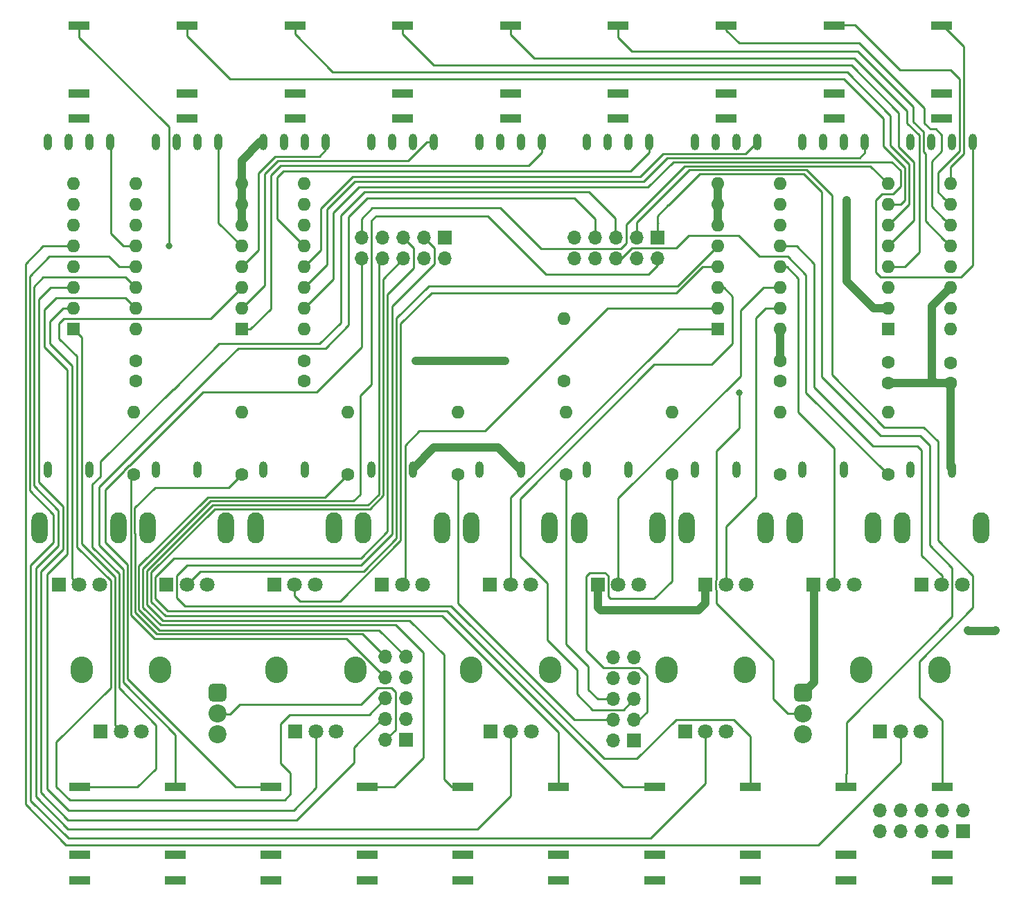
<source format=gbr>
G04 #@! TF.GenerationSoftware,KiCad,Pcbnew,8.0.5*
G04 #@! TF.CreationDate,2025-03-10T19:08:07-07:00*
G04 #@! TF.ProjectId,Tap-O-Matic,5461702d-4f2d-44d6-9174-69632e6b6963,rev?*
G04 #@! TF.SameCoordinates,Original*
G04 #@! TF.FileFunction,Copper,L1,Top*
G04 #@! TF.FilePolarity,Positive*
%FSLAX46Y46*%
G04 Gerber Fmt 4.6, Leading zero omitted, Abs format (unit mm)*
G04 Created by KiCad (PCBNEW 8.0.5) date 2025-03-10 19:08:07*
%MOMM*%
%LPD*%
G01*
G04 APERTURE LIST*
G04 Aperture macros list*
%AMRoundRect*
0 Rectangle with rounded corners*
0 $1 Rounding radius*
0 $2 $3 $4 $5 $6 $7 $8 $9 X,Y pos of 4 corners*
0 Add a 4 corners polygon primitive as box body*
4,1,4,$2,$3,$4,$5,$6,$7,$8,$9,$2,$3,0*
0 Add four circle primitives for the rounded corners*
1,1,$1+$1,$2,$3*
1,1,$1+$1,$4,$5*
1,1,$1+$1,$6,$7*
1,1,$1+$1,$8,$9*
0 Add four rect primitives between the rounded corners*
20,1,$1+$1,$2,$3,$4,$5,0*
20,1,$1+$1,$4,$5,$6,$7,0*
20,1,$1+$1,$6,$7,$8,$9,0*
20,1,$1+$1,$8,$9,$2,$3,0*%
G04 Aperture macros list end*
G04 #@! TA.AperFunction,ComponentPad*
%ADD10O,1.000000X2.000000*%
G04 #@! TD*
G04 #@! TA.AperFunction,ComponentPad*
%ADD11R,1.800000X1.800000*%
G04 #@! TD*
G04 #@! TA.AperFunction,ComponentPad*
%ADD12C,1.800000*%
G04 #@! TD*
G04 #@! TA.AperFunction,ComponentPad*
%ADD13O,2.000000X3.800000*%
G04 #@! TD*
G04 #@! TA.AperFunction,ComponentPad*
%ADD14RoundRect,0.550000X0.550000X0.550000X-0.550000X0.550000X-0.550000X-0.550000X0.550000X-0.550000X0*%
G04 #@! TD*
G04 #@! TA.AperFunction,ComponentPad*
%ADD15C,2.200000*%
G04 #@! TD*
G04 #@! TA.AperFunction,ComponentPad*
%ADD16O,1.700000X1.700000*%
G04 #@! TD*
G04 #@! TA.AperFunction,ComponentPad*
%ADD17R,1.700000X1.700000*%
G04 #@! TD*
G04 #@! TA.AperFunction,ComponentPad*
%ADD18O,2.720000X3.240000*%
G04 #@! TD*
G04 #@! TA.AperFunction,ComponentPad*
%ADD19C,1.600000*%
G04 #@! TD*
G04 #@! TA.AperFunction,ComponentPad*
%ADD20R,1.600000X1.600000*%
G04 #@! TD*
G04 #@! TA.AperFunction,ComponentPad*
%ADD21O,1.600000X1.600000*%
G04 #@! TD*
G04 #@! TA.AperFunction,ComponentPad*
%ADD22R,2.500000X1.000000*%
G04 #@! TD*
G04 #@! TA.AperFunction,ViaPad*
%ADD23C,0.800000*%
G04 #@! TD*
G04 #@! TA.AperFunction,Conductor*
%ADD24C,1.000000*%
G04 #@! TD*
G04 #@! TA.AperFunction,Conductor*
%ADD25C,0.250000*%
G04 #@! TD*
G04 APERTURE END LIST*
D10*
G04 #@! TO.P,R6,E*
G04 #@! TO.N,GND*
X69640450Y91744800D03*
G04 #@! TO.P,R6,L*
G04 #@! TO.N,N/C*
X72180450Y91744800D03*
G04 #@! TO.P,R6,1*
G04 #@! TO.N,+3V3*
X74720450Y91744800D03*
G04 #@! TO.P,R6,2*
G04 #@! TO.N,Level5*
X77260450Y91744800D03*
G04 #@! TO.P,R6,B*
G04 #@! TO.N,Net-(R15-Pad2)*
X69640450Y51744800D03*
G04 #@! TO.P,R6,3*
G04 #@! TO.N,GND*
X74720450Y51744800D03*
G04 #@! TD*
G04 #@! TO.P,R7,E*
G04 #@! TO.N,GND*
X82816700Y91744800D03*
G04 #@! TO.P,R7,L*
G04 #@! TO.N,N/C*
X85356700Y91744800D03*
G04 #@! TO.P,R7,1*
G04 #@! TO.N,+3V3*
X87896700Y91744800D03*
G04 #@! TO.P,R7,2*
G04 #@! TO.N,Level6*
X90436700Y91744800D03*
G04 #@! TO.P,R7,B*
G04 #@! TO.N,Net-(R16-Pad2)*
X82816700Y51744800D03*
G04 #@! TO.P,R7,3*
G04 #@! TO.N,GND*
X87896700Y51744800D03*
G04 #@! TD*
D11*
G04 #@! TO.P,RV7,1*
G04 #@! TO.N,+3V3*
X18245450Y37627800D03*
D12*
G04 #@! TO.P,RV7,2*
G04 #@! TO.N,Pan1*
X20745450Y37627800D03*
G04 #@! TO.P,RV7,3*
G04 #@! TO.N,GND*
X23245450Y37627800D03*
D13*
G04 #@! TO.P,RV7,*
G04 #@! TO.N,*
X25546090Y44627180D03*
X15946090Y44627180D03*
G04 #@! TD*
D14*
G04 #@! TO.P,SW2,1*
G04 #@! TO.N,+3V3*
X96018990Y24434800D03*
D15*
G04 #@! TO.P,SW2,2*
G04 #@! TO.N,SWITCH2*
X96018990Y21894800D03*
G04 #@! TO.P,SW2,3*
G04 #@! TO.N,GND*
X96018990Y19354800D03*
G04 #@! TD*
D14*
G04 #@! TO.P,SW1,1*
G04 #@! TO.N,+3V3*
X24485600Y24434800D03*
D15*
G04 #@! TO.P,SW1,2*
G04 #@! TO.N,SWITCH1*
X24485600Y21894800D03*
G04 #@! TO.P,SW1,3*
G04 #@! TO.N,GND*
X24485600Y19354800D03*
G04 #@! TD*
D16*
G04 #@! TO.P,U1,6*
G04 #@! TO.N,+5V*
X72870000Y28754800D03*
D17*
G04 #@! TO.P,U1,1*
G04 #@! TO.N,-12V*
X75410000Y18594800D03*
D16*
G04 #@! TO.P,U1,9*
G04 #@! TO.N,LED3*
X72870000Y21134800D03*
G04 #@! TO.P,U1,4*
G04 #@! TO.N,GND*
X75410000Y26214800D03*
G04 #@! TO.P,U1,5*
G04 #@! TO.N,+12V*
X75410000Y28754800D03*
G04 #@! TO.P,U1,8*
G04 #@! TO.N,LED4*
X72870000Y23674800D03*
G04 #@! TO.P,U1,3*
G04 #@! TO.N,PanMux*
X75410000Y23674800D03*
G04 #@! TO.P,U1,2*
G04 #@! TO.N,LED6*
X75410000Y21134800D03*
G04 #@! TO.P,U1,7*
G04 #@! TO.N,GND*
X72870000Y26214800D03*
G04 #@! TO.P,U1,10*
G04 #@! TO.N,+3V3*
X72870000Y18594800D03*
G04 #@! TO.P,U1,16*
G04 #@! TO.N,Net-(U1-Pad16)*
X68097400Y77512800D03*
D17*
G04 #@! TO.P,U1,11*
G04 #@! TO.N,AudioOutL*
X78257400Y80052800D03*
D16*
G04 #@! TO.P,U1,19*
G04 #@! TO.N,SWITCH2*
X75717400Y77512800D03*
G04 #@! TO.P,U1,14*
G04 #@! TO.N,AudioInR*
X70637400Y80052800D03*
G04 #@! TO.P,U1,15*
G04 #@! TO.N,Net-(U1-Pad15)*
X68097400Y80052800D03*
G04 #@! TO.P,U1,18*
G04 #@! TO.N,LED8*
X73177400Y77512800D03*
G04 #@! TO.P,U1,13*
G04 #@! TO.N,AudioInL*
X73177400Y80052800D03*
G04 #@! TO.P,U1,12*
G04 #@! TO.N,AudioOutR*
X75717400Y80052800D03*
G04 #@! TO.P,U1,17*
G04 #@! TO.N,LED7*
X70637400Y77512800D03*
G04 #@! TO.P,U1,20*
G04 #@! TO.N,Clock*
X78257400Y77512800D03*
G04 #@! TO.P,U1,30*
G04 #@! TO.N,Net-(U1-Pad30)*
X52260800Y77510000D03*
G04 #@! TO.P,U1,27*
G04 #@! TO.N,TimeCV*
X44640800Y77510000D03*
G04 #@! TO.P,U1,22*
G04 #@! TO.N,LowPassCV*
X49720800Y80050000D03*
G04 #@! TO.P,U1,25*
G04 #@! TO.N,LevelCVMux*
X42100800Y80050000D03*
G04 #@! TO.P,U1,24*
G04 #@! TO.N,LevelCV0*
X44640800Y80050000D03*
D17*
G04 #@! TO.P,U1,21*
G04 #@! TO.N,Net-(U1-Pad21)*
X52260800Y80050000D03*
D16*
G04 #@! TO.P,U1,26*
G04 #@! TO.N,SpreadCV*
X42100800Y77510000D03*
G04 #@! TO.P,U1,23*
G04 #@! TO.N,HighPassCV*
X47180800Y80050000D03*
G04 #@! TO.P,U1,28*
G04 #@! TO.N,FeedbackCV*
X47180800Y77510000D03*
G04 #@! TO.P,U1,29*
G04 #@! TO.N,Net-(U1-Pad29)*
X49720800Y77510000D03*
D17*
G04 #@! TO.P,U1,31*
G04 #@! TO.N,LED5*
X47523400Y18669000D03*
D16*
G04 #@! TO.P,U1,40*
G04 #@! TO.N,SWITCH1*
X44983400Y18669000D03*
G04 #@! TO.P,U1,32*
G04 #@! TO.N,MuxA*
X47523400Y21209000D03*
G04 #@! TO.P,U1,39*
G04 #@! TO.N,MiscMux*
X44983400Y21209000D03*
G04 #@! TO.P,U1,33*
G04 #@! TO.N,MuxB*
X47523400Y23749000D03*
G04 #@! TO.P,U1,38*
G04 #@! TO.N,LevelMux*
X44983400Y23749000D03*
G04 #@! TO.P,U1,34*
G04 #@! TO.N,MuxC*
X47523400Y26289000D03*
G04 #@! TO.P,U1,37*
G04 #@! TO.N,LED0*
X44983400Y26289000D03*
G04 #@! TO.P,U1,35*
G04 #@! TO.N,LED2*
X47523400Y28829000D03*
G04 #@! TO.P,U1,36*
G04 #@! TO.N,LED1*
X44983400Y28829000D03*
G04 #@! TD*
D10*
G04 #@! TO.P,R1,E*
G04 #@! TO.N,GND*
X3759200Y91744800D03*
G04 #@! TO.P,R1,L*
G04 #@! TO.N,N/C*
X6299200Y91744800D03*
G04 #@! TO.P,R1,1*
G04 #@! TO.N,+3V3*
X8839200Y91744800D03*
G04 #@! TO.P,R1,2*
G04 #@! TO.N,Level0*
X11379200Y91744800D03*
G04 #@! TO.P,R1,B*
G04 #@! TO.N,Net-(R1-PadB)*
X3759200Y51744800D03*
G04 #@! TO.P,R1,3*
G04 #@! TO.N,GND*
X8839200Y51744800D03*
G04 #@! TD*
D11*
G04 #@! TO.P,RSPREAD1,1*
G04 #@! TO.N,+3V3*
X34013140Y19753580D03*
D12*
G04 #@! TO.P,RSPREAD1,2*
G04 #@! TO.N,Spread*
X36513140Y19753580D03*
G04 #@! TO.P,RSPREAD1,3*
G04 #@! TO.N,GND*
X39013140Y19753580D03*
D18*
G04 #@! TO.P,RSPREAD1,*
G04 #@! TO.N,*
X41313140Y27253580D03*
X31713140Y27253580D03*
G04 #@! TD*
D19*
G04 #@! TO.P,C5,1*
G04 #@! TO.N,-12V*
X106426000Y64820800D03*
G04 #@! TO.P,C5,2*
G04 #@! TO.N,GND*
X106426000Y62320800D03*
G04 #@! TD*
D11*
G04 #@! TO.P,RV14,1*
G04 #@! TO.N,+3V3*
X110479200Y37627800D03*
D12*
G04 #@! TO.P,RV14,2*
G04 #@! TO.N,Pan8*
X112979200Y37627800D03*
G04 #@! TO.P,RV14,3*
G04 #@! TO.N,GND*
X115479200Y37627800D03*
D13*
G04 #@! TO.P,RV14,*
G04 #@! TO.N,*
X117779840Y44627180D03*
X108179840Y44627180D03*
G04 #@! TD*
D11*
G04 #@! TO.P,RV13,1*
G04 #@! TO.N,+3V3*
X97302950Y37627800D03*
D12*
G04 #@! TO.P,RV13,2*
G04 #@! TO.N,Pan7*
X99802950Y37627800D03*
G04 #@! TO.P,RV13,3*
G04 #@! TO.N,GND*
X102302950Y37627800D03*
D13*
G04 #@! TO.P,RV13,*
G04 #@! TO.N,*
X104603590Y44627180D03*
X95003590Y44627180D03*
G04 #@! TD*
D11*
G04 #@! TO.P,RV12,1*
G04 #@! TO.N,+3V3*
X84126700Y37627800D03*
D12*
G04 #@! TO.P,RV12,2*
G04 #@! TO.N,Pan6*
X86626700Y37627800D03*
G04 #@! TO.P,RV12,3*
G04 #@! TO.N,GND*
X89126700Y37627800D03*
D13*
G04 #@! TO.P,RV12,*
G04 #@! TO.N,*
X91427340Y44627180D03*
X81827340Y44627180D03*
G04 #@! TD*
D11*
G04 #@! TO.P,RV11,1*
G04 #@! TO.N,+3V3*
X70950450Y37627800D03*
D12*
G04 #@! TO.P,RV11,2*
G04 #@! TO.N,Pan5*
X73450450Y37627800D03*
G04 #@! TO.P,RV11,3*
G04 #@! TO.N,GND*
X75950450Y37627800D03*
D13*
G04 #@! TO.P,RV11,*
G04 #@! TO.N,*
X78251090Y44627180D03*
X68651090Y44627180D03*
G04 #@! TD*
D11*
G04 #@! TO.P,RV10,1*
G04 #@! TO.N,+3V3*
X57774200Y37627800D03*
D12*
G04 #@! TO.P,RV10,2*
G04 #@! TO.N,Pan4*
X60274200Y37627800D03*
G04 #@! TO.P,RV10,3*
G04 #@! TO.N,GND*
X62774200Y37627800D03*
D13*
G04 #@! TO.P,RV10,*
G04 #@! TO.N,*
X65074840Y44627180D03*
X55474840Y44627180D03*
G04 #@! TD*
D11*
G04 #@! TO.P,RV9,1*
G04 #@! TO.N,+3V3*
X44597950Y37627800D03*
D12*
G04 #@! TO.P,RV9,2*
G04 #@! TO.N,Pan3*
X47097950Y37627800D03*
G04 #@! TO.P,RV9,3*
G04 #@! TO.N,GND*
X49597950Y37627800D03*
D13*
G04 #@! TO.P,RV9,*
G04 #@! TO.N,*
X51898590Y44627180D03*
X42298590Y44627180D03*
G04 #@! TD*
D11*
G04 #@! TO.P,RV8,1*
G04 #@! TO.N,+3V3*
X31421700Y37627800D03*
D12*
G04 #@! TO.P,RV8,2*
G04 #@! TO.N,Pan2*
X33921700Y37627800D03*
G04 #@! TO.P,RV8,3*
G04 #@! TO.N,GND*
X36421700Y37627800D03*
D13*
G04 #@! TO.P,RV8,*
G04 #@! TO.N,*
X38722340Y44627180D03*
X29122340Y44627180D03*
G04 #@! TD*
D11*
G04 #@! TO.P,RV6,1*
G04 #@! TO.N,+3V3*
X5069200Y37627800D03*
D12*
G04 #@! TO.P,RV6,2*
G04 #@! TO.N,Pan0*
X7569200Y37627800D03*
G04 #@! TO.P,RV6,3*
G04 #@! TO.N,GND*
X10069200Y37627800D03*
D13*
G04 #@! TO.P,RV6,*
G04 #@! TO.N,*
X12369840Y44627180D03*
X2769840Y44627180D03*
G04 #@! TD*
D19*
G04 #@! TO.P,C4,1*
G04 #@! TO.N,GND*
X114046000Y62280800D03*
G04 #@! TO.P,C4,2*
G04 #@! TO.N,+12V*
X114046000Y64780800D03*
G04 #@! TD*
G04 #@! TO.P,C3,1*
G04 #@! TO.N,GND*
X14478000Y62534800D03*
G04 #@! TO.P,C3,2*
G04 #@! TO.N,+5V*
X14478000Y65034800D03*
G04 #@! TD*
G04 #@! TO.P,C2,1*
G04 #@! TO.N,GND*
X35052000Y62534800D03*
G04 #@! TO.P,C2,2*
G04 #@! TO.N,+5V*
X35052000Y65034800D03*
G04 #@! TD*
G04 #@! TO.P,C1,1*
G04 #@! TO.N,GND*
X93218000Y62534800D03*
G04 #@! TO.P,C1,2*
G04 #@! TO.N,+5V*
X93218000Y65034800D03*
G04 #@! TD*
D17*
G04 #@! TO.P,J16,1*
G04 #@! TO.N,+12V*
X115559840Y7559040D03*
D16*
G04 #@! TO.P,J16,2*
X115559840Y10099040D03*
G04 #@! TO.P,J16,3*
G04 #@! TO.N,GND*
X113019840Y7559040D03*
G04 #@! TO.P,J16,4*
X113019840Y10099040D03*
G04 #@! TO.P,J16,5*
X110479840Y7559040D03*
G04 #@! TO.P,J16,6*
X110479840Y10099040D03*
G04 #@! TO.P,J16,7*
X107939840Y7559040D03*
G04 #@! TO.P,J16,8*
X107939840Y10099040D03*
G04 #@! TO.P,J16,9*
G04 #@! TO.N,-12V*
X105399840Y7559040D03*
G04 #@! TO.P,J16,10*
X105399840Y10099040D03*
G04 #@! TD*
D11*
G04 #@! TO.P,RLPF1,1*
G04 #@! TO.N,+3V3*
X105450640Y19753580D03*
D12*
G04 #@! TO.P,RLPF1,2*
G04 #@! TO.N,LowPass*
X107950640Y19753580D03*
G04 #@! TO.P,RLPF1,3*
G04 #@! TO.N,GND*
X110450640Y19753580D03*
D18*
G04 #@! TO.P,RLPF1,*
G04 #@! TO.N,*
X112750640Y27253580D03*
X103150640Y27253580D03*
G04 #@! TD*
D11*
G04 #@! TO.P,RHPF1,1*
G04 #@! TO.N,+3V3*
X81638140Y19753580D03*
D12*
G04 #@! TO.P,RHPF1,2*
G04 #@! TO.N,HighPass*
X84138140Y19753580D03*
G04 #@! TO.P,RHPF1,3*
G04 #@! TO.N,GND*
X86638140Y19753580D03*
D18*
G04 #@! TO.P,RHPF1,*
G04 #@! TO.N,*
X88938140Y27253580D03*
X79338140Y27253580D03*
G04 #@! TD*
D11*
G04 #@! TO.P,RFB1,1*
G04 #@! TO.N,+3V3*
X57825640Y19753580D03*
D12*
G04 #@! TO.P,RFB1,2*
G04 #@! TO.N,Feedback*
X60325640Y19753580D03*
G04 #@! TO.P,RFB1,3*
G04 #@! TO.N,GND*
X62825640Y19753580D03*
D18*
G04 #@! TO.P,RFB1,*
G04 #@! TO.N,*
X65125640Y27253580D03*
X55525640Y27253580D03*
G04 #@! TD*
D11*
G04 #@! TO.P,RTIME1,1*
G04 #@! TO.N,+3V3*
X10200640Y19753580D03*
D12*
G04 #@! TO.P,RTIME1,2*
G04 #@! TO.N,Time*
X12700640Y19753580D03*
G04 #@! TO.P,RTIME1,3*
G04 #@! TO.N,GND*
X15200640Y19753580D03*
D18*
G04 #@! TO.P,RTIME1,*
G04 #@! TO.N,*
X17500640Y27253580D03*
X7900640Y27253580D03*
G04 #@! TD*
D10*
G04 #@! TO.P,R9,E*
G04 #@! TO.N,GND*
X109169200Y91744800D03*
G04 #@! TO.P,R9,L*
G04 #@! TO.N,N/C*
X111709200Y91744800D03*
G04 #@! TO.P,R9,1*
G04 #@! TO.N,+3V3*
X114249200Y91744800D03*
G04 #@! TO.P,R9,2*
G04 #@! TO.N,Level8*
X116789200Y91744800D03*
G04 #@! TO.P,R9,B*
G04 #@! TO.N,Net-(R18-Pad2)*
X109169200Y51744800D03*
G04 #@! TO.P,R9,3*
G04 #@! TO.N,GND*
X114249200Y51744800D03*
G04 #@! TD*
G04 #@! TO.P,R8,E*
G04 #@! TO.N,GND*
X95992950Y91744800D03*
G04 #@! TO.P,R8,L*
G04 #@! TO.N,N/C*
X98532950Y91744800D03*
G04 #@! TO.P,R8,1*
G04 #@! TO.N,+3V3*
X101072950Y91744800D03*
G04 #@! TO.P,R8,2*
G04 #@! TO.N,Level7*
X103612950Y91744800D03*
G04 #@! TO.P,R8,B*
G04 #@! TO.N,Net-(R17-Pad2)*
X95992950Y51744800D03*
G04 #@! TO.P,R8,3*
G04 #@! TO.N,GND*
X101072950Y51744800D03*
G04 #@! TD*
G04 #@! TO.P,R5,E*
G04 #@! TO.N,GND*
X56464200Y91744800D03*
G04 #@! TO.P,R5,L*
G04 #@! TO.N,N/C*
X59004200Y91744800D03*
G04 #@! TO.P,R5,1*
G04 #@! TO.N,+3V3*
X61544200Y91744800D03*
G04 #@! TO.P,R5,2*
G04 #@! TO.N,Level4*
X64084200Y91744800D03*
G04 #@! TO.P,R5,B*
G04 #@! TO.N,Net-(R14-Pad2)*
X56464200Y51744800D03*
G04 #@! TO.P,R5,3*
G04 #@! TO.N,GND*
X61544200Y51744800D03*
G04 #@! TD*
G04 #@! TO.P,R4,E*
G04 #@! TO.N,GND*
X43287950Y91744800D03*
G04 #@! TO.P,R4,L*
G04 #@! TO.N,N/C*
X45827950Y91744800D03*
G04 #@! TO.P,R4,1*
G04 #@! TO.N,+3V3*
X48367950Y91744800D03*
G04 #@! TO.P,R4,2*
G04 #@! TO.N,Level3*
X50907950Y91744800D03*
G04 #@! TO.P,R4,B*
G04 #@! TO.N,Net-(R13-Pad2)*
X43287950Y51744800D03*
G04 #@! TO.P,R4,3*
G04 #@! TO.N,GND*
X48367950Y51744800D03*
G04 #@! TD*
G04 #@! TO.P,R3,E*
G04 #@! TO.N,GND*
X30111700Y91744800D03*
G04 #@! TO.P,R3,L*
G04 #@! TO.N,N/C*
X32651700Y91744800D03*
G04 #@! TO.P,R3,1*
G04 #@! TO.N,+3V3*
X35191700Y91744800D03*
G04 #@! TO.P,R3,2*
G04 #@! TO.N,Level2*
X37731700Y91744800D03*
G04 #@! TO.P,R3,B*
G04 #@! TO.N,Net-(R12-Pad2)*
X30111700Y51744800D03*
G04 #@! TO.P,R3,3*
G04 #@! TO.N,GND*
X35191700Y51744800D03*
G04 #@! TD*
G04 #@! TO.P,R2,E*
G04 #@! TO.N,GND*
X16935450Y91744800D03*
G04 #@! TO.P,R2,L*
G04 #@! TO.N,N/C*
X19475450Y91744800D03*
G04 #@! TO.P,R2,1*
G04 #@! TO.N,+3V3*
X22015450Y91744800D03*
G04 #@! TO.P,R2,2*
G04 #@! TO.N,Level1*
X24555450Y91744800D03*
G04 #@! TO.P,R2,B*
G04 #@! TO.N,Net-(R11-Pad2)*
X16935450Y51744800D03*
G04 #@! TO.P,R2,3*
G04 #@! TO.N,GND*
X22015450Y51744800D03*
G04 #@! TD*
D20*
G04 #@! TO.P,U5,1*
G04 #@! TO.N,MuxA*
X106426000Y68884800D03*
D21*
G04 #@! TO.P,U5,9*
G04 #@! TO.N,LevelCV8*
X114046000Y86664800D03*
G04 #@! TO.P,U5,2*
G04 #@! TO.N,+3V3*
X106426000Y71424800D03*
G04 #@! TO.P,U5,10*
G04 #@! TO.N,LevelCV7*
X114046000Y84124800D03*
G04 #@! TO.P,U5,3*
G04 #@! TO.N,-12V*
X106426000Y73964800D03*
G04 #@! TO.P,U5,11*
G04 #@! TO.N,LevelCV6*
X114046000Y81584800D03*
G04 #@! TO.P,U5,4*
G04 #@! TO.N,LevelCV4*
X106426000Y76504800D03*
G04 #@! TO.P,U5,12*
G04 #@! TO.N,LevelCV5*
X114046000Y79044800D03*
G04 #@! TO.P,U5,5*
G04 #@! TO.N,LevelCV3*
X106426000Y79044800D03*
G04 #@! TO.P,U5,13*
G04 #@! TO.N,+12V*
X114046000Y76504800D03*
G04 #@! TO.P,U5,6*
G04 #@! TO.N,LevelCV2*
X106426000Y81584800D03*
G04 #@! TO.P,U5,14*
G04 #@! TO.N,GND*
X114046000Y73964800D03*
G04 #@! TO.P,U5,7*
G04 #@! TO.N,LevelCV1*
X106426000Y84124800D03*
G04 #@! TO.P,U5,15*
G04 #@! TO.N,MuxC*
X114046000Y71424800D03*
G04 #@! TO.P,U5,8*
G04 #@! TO.N,LevelCVMux*
X106426000Y86664800D03*
G04 #@! TO.P,U5,16*
G04 #@! TO.N,MuxB*
X114046000Y68884800D03*
G04 #@! TD*
D20*
G04 #@! TO.P,U4,1*
G04 #@! TO.N,Time*
X6858000Y68884800D03*
D21*
G04 #@! TO.P,U4,9*
G04 #@! TO.N,MuxC*
X14478000Y86664800D03*
G04 #@! TO.P,U4,2*
G04 #@! TO.N,Pan0*
X6858000Y71424800D03*
G04 #@! TO.P,U4,10*
G04 #@! TO.N,MuxB*
X14478000Y84124800D03*
G04 #@! TO.P,U4,3*
G04 #@! TO.N,MiscMux*
X6858000Y73964800D03*
G04 #@! TO.P,U4,11*
G04 #@! TO.N,MuxA*
X14478000Y81584800D03*
G04 #@! TO.P,U4,4*
G04 #@! TO.N,GND*
X6858000Y76504800D03*
G04 #@! TO.P,U4,12*
G04 #@! TO.N,Level0*
X14478000Y79044800D03*
G04 #@! TO.P,U4,5*
G04 #@! TO.N,LowPass*
X6858000Y79044800D03*
G04 #@! TO.P,U4,13*
G04 #@! TO.N,HighPass*
X14478000Y76504800D03*
G04 #@! TO.P,U4,6*
G04 #@! TO.N,GND*
X6858000Y81584800D03*
G04 #@! TO.P,U4,14*
G04 #@! TO.N,Feedback*
X14478000Y73964800D03*
G04 #@! TO.P,U4,7*
G04 #@! TO.N,GND*
X6858000Y84124800D03*
G04 #@! TO.P,U4,15*
G04 #@! TO.N,Spread*
X14478000Y71424800D03*
G04 #@! TO.P,U4,8*
G04 #@! TO.N,GND*
X6858000Y86664800D03*
G04 #@! TO.P,U4,16*
G04 #@! TO.N,+5V*
X14478000Y68884800D03*
G04 #@! TD*
D20*
G04 #@! TO.P,U3,1*
G04 #@! TO.N,Pan4*
X85598000Y68884800D03*
D21*
G04 #@! TO.P,U3,9*
G04 #@! TO.N,MuxC*
X93218000Y86664800D03*
G04 #@! TO.P,U3,2*
G04 #@! TO.N,Pan3*
X85598000Y71424800D03*
G04 #@! TO.P,U3,10*
G04 #@! TO.N,MuxB*
X93218000Y84124800D03*
G04 #@! TO.P,U3,3*
G04 #@! TO.N,PanMux*
X85598000Y73964800D03*
G04 #@! TO.P,U3,11*
G04 #@! TO.N,MuxA*
X93218000Y81584800D03*
G04 #@! TO.P,U3,4*
G04 #@! TO.N,Pan2*
X85598000Y76504800D03*
G04 #@! TO.P,U3,12*
G04 #@! TO.N,Pan8*
X93218000Y79044800D03*
G04 #@! TO.P,U3,5*
G04 #@! TO.N,Pan1*
X85598000Y79044800D03*
G04 #@! TO.P,U3,13*
G04 #@! TO.N,Pan7*
X93218000Y76504800D03*
G04 #@! TO.P,U3,6*
G04 #@! TO.N,GND*
X85598000Y81584800D03*
G04 #@! TO.P,U3,14*
G04 #@! TO.N,Pan5*
X93218000Y73964800D03*
G04 #@! TO.P,U3,7*
G04 #@! TO.N,GND*
X85598000Y84124800D03*
G04 #@! TO.P,U3,15*
G04 #@! TO.N,Pan6*
X93218000Y71424800D03*
G04 #@! TO.P,U3,8*
G04 #@! TO.N,GND*
X85598000Y86664800D03*
G04 #@! TO.P,U3,16*
G04 #@! TO.N,+5V*
X93218000Y68884800D03*
G04 #@! TD*
D20*
G04 #@! TO.P,U2,1*
G04 #@! TO.N,Level4*
X27432000Y68884800D03*
D21*
G04 #@! TO.P,U2,9*
G04 #@! TO.N,MuxC*
X35052000Y86664800D03*
G04 #@! TO.P,U2,2*
G04 #@! TO.N,Level3*
X27432000Y71424800D03*
G04 #@! TO.P,U2,10*
G04 #@! TO.N,MuxB*
X35052000Y84124800D03*
G04 #@! TO.P,U2,3*
G04 #@! TO.N,LevelMux*
X27432000Y73964800D03*
G04 #@! TO.P,U2,11*
G04 #@! TO.N,MuxA*
X35052000Y81584800D03*
G04 #@! TO.P,U2,4*
G04 #@! TO.N,Level2*
X27432000Y76504800D03*
G04 #@! TO.P,U2,12*
G04 #@! TO.N,Level5*
X35052000Y79044800D03*
G04 #@! TO.P,U2,5*
G04 #@! TO.N,Level1*
X27432000Y79044800D03*
G04 #@! TO.P,U2,13*
G04 #@! TO.N,Level6*
X35052000Y76504800D03*
G04 #@! TO.P,U2,6*
G04 #@! TO.N,GND*
X27432000Y81584800D03*
G04 #@! TO.P,U2,14*
G04 #@! TO.N,Level7*
X35052000Y73964800D03*
G04 #@! TO.P,U2,7*
G04 #@! TO.N,GND*
X27432000Y84124800D03*
G04 #@! TO.P,U2,15*
G04 #@! TO.N,Level8*
X35052000Y71424800D03*
G04 #@! TO.P,U2,8*
G04 #@! TO.N,GND*
X27432000Y86664800D03*
G04 #@! TO.P,U2,16*
G04 #@! TO.N,+5V*
X35052000Y68884800D03*
G04 #@! TD*
D19*
G04 #@! TO.P,R18,1*
G04 #@! TO.N,LED8*
X106426000Y51104800D03*
D21*
G04 #@! TO.P,R18,2*
G04 #@! TO.N,Net-(R18-Pad2)*
X106426000Y58724800D03*
G04 #@! TD*
D19*
G04 #@! TO.P,R17,1*
G04 #@! TO.N,LED7*
X93218000Y51104800D03*
D21*
G04 #@! TO.P,R17,2*
G04 #@! TO.N,Net-(R17-Pad2)*
X93218000Y58724800D03*
G04 #@! TD*
D19*
G04 #@! TO.P,R16,1*
G04 #@! TO.N,LED6*
X80010000Y51104800D03*
D21*
G04 #@! TO.P,R16,2*
G04 #@! TO.N,Net-(R16-Pad2)*
X80010000Y58724800D03*
G04 #@! TD*
D19*
G04 #@! TO.P,R15,1*
G04 #@! TO.N,LED5*
X66802000Y62534800D03*
D21*
G04 #@! TO.P,R15,2*
G04 #@! TO.N,Net-(R15-Pad2)*
X66802000Y70154800D03*
G04 #@! TD*
D19*
G04 #@! TO.P,R14,1*
G04 #@! TO.N,LED4*
X67056000Y51104800D03*
D21*
G04 #@! TO.P,R14,2*
G04 #@! TO.N,Net-(R14-Pad2)*
X67056000Y58724800D03*
G04 #@! TD*
D19*
G04 #@! TO.P,R13,1*
G04 #@! TO.N,LED3*
X53848000Y51104800D03*
D21*
G04 #@! TO.P,R13,2*
G04 #@! TO.N,Net-(R13-Pad2)*
X53848000Y58724800D03*
G04 #@! TD*
D19*
G04 #@! TO.P,R12,1*
G04 #@! TO.N,LED2*
X40386000Y51104800D03*
D21*
G04 #@! TO.P,R12,2*
G04 #@! TO.N,Net-(R12-Pad2)*
X40386000Y58724800D03*
G04 #@! TD*
D19*
G04 #@! TO.P,R11,1*
G04 #@! TO.N,LED1*
X27432000Y51104800D03*
D21*
G04 #@! TO.P,R11,2*
G04 #@! TO.N,Net-(R11-Pad2)*
X27432000Y58724800D03*
G04 #@! TD*
D19*
G04 #@! TO.P,R10,1*
G04 #@! TO.N,LED0*
X14224000Y51104800D03*
D21*
G04 #@! TO.P,R10,2*
G04 #@! TO.N,Net-(R1-PadB)*
X14224000Y58724800D03*
G04 #@! TD*
D22*
G04 #@! TO.P,OUT_R1,3*
G04 #@! TO.N,AudioOutR*
X113030000Y12921000D03*
G04 #@! TO.P,OUT_R1,2*
G04 #@! TO.N,Net-(OUT_R1-Pad2)*
X113030000Y4621000D03*
G04 #@! TO.P,OUT_R1,1*
G04 #@! TO.N,GND*
X113030000Y1521000D03*
G04 #@! TD*
G04 #@! TO.P,OUT_L1,3*
G04 #@! TO.N,AudioOutL*
X101317776Y12921000D03*
G04 #@! TO.P,OUT_L1,2*
G04 #@! TO.N,Net-(OUT_L1-Pad2)*
X101317776Y4621000D03*
G04 #@! TO.P,OUT_L1,1*
G04 #@! TO.N,GND*
X101317776Y1521000D03*
G04 #@! TD*
G04 #@! TO.P,IN_R1,3*
G04 #@! TO.N,AudioInR*
X19332222Y12921000D03*
G04 #@! TO.P,IN_R1,2*
G04 #@! TO.N,AudioInL*
X19332222Y4621000D03*
G04 #@! TO.P,IN_R1,1*
G04 #@! TO.N,GND*
X19332222Y1521000D03*
G04 #@! TD*
G04 #@! TO.P,IN_L1,3*
G04 #@! TO.N,AudioInL*
X7620000Y12921000D03*
G04 #@! TO.P,IN_L1,2*
G04 #@! TO.N,GND*
X7620000Y4621000D03*
G04 #@! TO.P,IN_L1,1*
X7620000Y1521000D03*
G04 #@! TD*
G04 #@! TO.P,LPF1,3*
G04 #@! TO.N,LowPassCV*
X89605554Y12921000D03*
G04 #@! TO.P,LPF1,2*
G04 #@! TO.N,GND*
X89605554Y4621000D03*
G04 #@! TO.P,LPF1,1*
X89605554Y1521000D03*
G04 #@! TD*
G04 #@! TO.P,HPF1,3*
G04 #@! TO.N,HighPassCV*
X77893332Y12921000D03*
G04 #@! TO.P,HPF1,2*
G04 #@! TO.N,GND*
X77893332Y4621000D03*
G04 #@! TO.P,HPF1,1*
X77893332Y1521000D03*
G04 #@! TD*
G04 #@! TO.P,FB1,3*
G04 #@! TO.N,FeedbackCV*
X66181110Y12921000D03*
G04 #@! TO.P,FB1,2*
G04 #@! TO.N,GND*
X66181110Y4621000D03*
G04 #@! TO.P,FB1,1*
X66181110Y1521000D03*
G04 #@! TD*
G04 #@! TO.P,TIME1,3*
G04 #@! TO.N,TimeCV*
X54468888Y12921000D03*
G04 #@! TO.P,TIME1,2*
G04 #@! TO.N,GND*
X54468888Y4621000D03*
G04 #@! TO.P,TIME1,1*
X54468888Y1521000D03*
G04 #@! TD*
G04 #@! TO.P,SPREAD1,3*
G04 #@! TO.N,SpreadCV*
X31044444Y12921000D03*
G04 #@! TO.P,SPREAD1,2*
G04 #@! TO.N,GND*
X31044444Y4621000D03*
G04 #@! TO.P,SPREAD1,1*
X31044444Y1521000D03*
G04 #@! TD*
G04 #@! TO.P,CLOCK1,3*
G04 #@! TO.N,Clock*
X42756666Y12921000D03*
G04 #@! TO.P,CLOCK1,2*
G04 #@! TO.N,GND*
X42756666Y4621000D03*
G04 #@! TO.P,CLOCK1,1*
X42756666Y1521000D03*
G04 #@! TD*
G04 #@! TO.P,J9,3*
G04 #@! TO.N,LevelCV8*
X113004600Y106012000D03*
G04 #@! TO.P,J9,2*
G04 #@! TO.N,GND*
X113004600Y97712000D03*
G04 #@! TO.P,J9,1*
X113004600Y94612000D03*
G04 #@! TD*
G04 #@! TO.P,J8,3*
G04 #@! TO.N,LevelCV7*
X99828350Y106012000D03*
G04 #@! TO.P,J8,2*
G04 #@! TO.N,GND*
X99828350Y97712000D03*
G04 #@! TO.P,J8,1*
X99828350Y94612000D03*
G04 #@! TD*
G04 #@! TO.P,J7,3*
G04 #@! TO.N,LevelCV6*
X86652100Y106012000D03*
G04 #@! TO.P,J7,2*
G04 #@! TO.N,GND*
X86652100Y97712000D03*
G04 #@! TO.P,J7,1*
X86652100Y94612000D03*
G04 #@! TD*
G04 #@! TO.P,J6,3*
G04 #@! TO.N,LevelCV5*
X73475850Y106012000D03*
G04 #@! TO.P,J6,2*
G04 #@! TO.N,GND*
X73475850Y97712000D03*
G04 #@! TO.P,J6,1*
X73475850Y94612000D03*
G04 #@! TD*
G04 #@! TO.P,J5,3*
G04 #@! TO.N,LevelCV4*
X60299600Y106012000D03*
G04 #@! TO.P,J5,2*
G04 #@! TO.N,GND*
X60299600Y97712000D03*
G04 #@! TO.P,J5,1*
X60299600Y94612000D03*
G04 #@! TD*
G04 #@! TO.P,J4,3*
G04 #@! TO.N,LevelCV3*
X47123350Y106012000D03*
G04 #@! TO.P,J4,2*
G04 #@! TO.N,GND*
X47123350Y97712000D03*
G04 #@! TO.P,J4,1*
X47123350Y94612000D03*
G04 #@! TD*
G04 #@! TO.P,J3,3*
G04 #@! TO.N,LevelCV2*
X33947100Y106012000D03*
G04 #@! TO.P,J3,2*
G04 #@! TO.N,GND*
X33947100Y97712000D03*
G04 #@! TO.P,J3,1*
X33947100Y94612000D03*
G04 #@! TD*
G04 #@! TO.P,J2,3*
G04 #@! TO.N,LevelCV1*
X20770850Y106012000D03*
G04 #@! TO.P,J2,2*
G04 #@! TO.N,GND*
X20770850Y97712000D03*
G04 #@! TO.P,J2,1*
X20770850Y94612000D03*
G04 #@! TD*
G04 #@! TO.P,J1,3*
G04 #@! TO.N,LevelCV0*
X7594600Y106012000D03*
G04 #@! TO.P,J1,2*
G04 #@! TO.N,GND*
X7594600Y97712000D03*
G04 #@! TO.P,J1,1*
X7594600Y94612000D03*
G04 #@! TD*
D23*
G04 #@! TO.N,+5V*
X48728000Y65034800D03*
X59650000Y65034800D03*
G04 #@! TO.N,+12V*
X116230400Y32080200D03*
X119557800Y32054800D03*
G04 #@! TO.N,LevelCV0*
X18542000Y79044800D03*
G04 #@! TO.N,+3V3*
X101346000Y84632800D03*
G04 #@! TO.N,SWITCH2*
X88290400Y61137800D03*
G04 #@! TD*
D24*
G04 #@! TO.N,+5V*
X93218000Y68884800D02*
X93218000Y65034800D01*
X48728000Y65034800D02*
X59650000Y65034800D01*
G04 #@! TO.N,GND*
X27432000Y86664800D02*
X27432000Y81584800D01*
X85598000Y86664800D02*
X85598000Y81584800D01*
X106426000Y62320800D02*
X112228000Y62320800D01*
X112228000Y62320800D02*
X114006000Y62320800D01*
X27432000Y89484200D02*
X29692600Y91744800D01*
X29692600Y91744800D02*
X30111700Y91744800D01*
X27432000Y85090000D02*
X27432000Y89484200D01*
X114046000Y51948000D02*
X114249200Y51744800D01*
X114046000Y62280800D02*
X114046000Y51948000D01*
X111785400Y71704200D02*
X114046000Y73964800D01*
X111785400Y62763400D02*
X111785400Y71704200D01*
X112228000Y62320800D02*
X111785400Y62763400D01*
X61463000Y51744800D02*
X61544200Y51744800D01*
X58775600Y54432200D02*
X61463000Y51744800D01*
X50952400Y54432200D02*
X58775600Y54432200D01*
X48367950Y51847750D02*
X50952400Y54432200D01*
X48367950Y51744800D02*
X48367950Y51847750D01*
G04 #@! TO.N,+12V*
X119532400Y32029400D02*
X119557800Y32054800D01*
X116281200Y32029400D02*
X119532400Y32029400D01*
X116230400Y32080200D02*
X116281200Y32029400D01*
D25*
G04 #@! TO.N,LevelCV0*
X7594600Y106012000D02*
X7620000Y105986600D01*
X7594600Y104546400D02*
X7594600Y106012000D01*
X18542000Y93599000D02*
X7594600Y104546400D01*
X18542000Y79044800D02*
X18542000Y93599000D01*
G04 #@! TO.N,LevelCV1*
X106426000Y84124800D02*
X107945712Y84124800D01*
X107945712Y84124800D02*
X108458000Y84637088D01*
X108458000Y84637088D02*
X108458000Y85521800D01*
X20770850Y104730550D02*
X20770850Y106012000D01*
X105854500Y94627700D02*
X101015800Y99466400D01*
X26035000Y99466400D02*
X20770850Y104730550D01*
X105854500Y91224100D02*
X105854500Y94627700D01*
X108458000Y84637088D02*
X108458000Y88620600D01*
X108458000Y88620600D02*
X105854500Y91224100D01*
X101015800Y99466400D02*
X26035000Y99466400D01*
G04 #@! TO.N,LevelCV2*
X107225999Y82384799D02*
X106426000Y81584800D01*
X109029500Y84188300D02*
X107225999Y82384799D01*
X109029500Y89090500D02*
X109029500Y84188300D01*
X106743500Y91376500D02*
X109029500Y89090500D01*
X106743500Y95008700D02*
X106743500Y91376500D01*
X38582600Y100330000D02*
X101422200Y100330000D01*
X101422200Y100330000D02*
X106743500Y95008700D01*
X33947100Y104965500D02*
X38582600Y100330000D01*
X33947100Y106012000D02*
X33947100Y104965500D01*
G04 #@! TO.N,LevelCV3*
X105918000Y79044800D02*
X106426000Y79044800D01*
X106426000Y79044800D02*
X109612022Y82230822D01*
X50927000Y101193600D02*
X47123350Y104997250D01*
X47123350Y104997250D02*
X47123350Y106012000D01*
X109612022Y82230822D02*
X109612022Y89346178D01*
X101930200Y101193600D02*
X50927000Y101193600D01*
X107759500Y95364300D02*
X101930200Y101193600D01*
X107759500Y91198700D02*
X107759500Y95364300D01*
X109612022Y89346178D02*
X107759500Y91198700D01*
G04 #@! TO.N,LevelCV4*
X108458000Y76504800D02*
X106426000Y76504800D01*
X110236000Y78282800D02*
X108458000Y76504800D01*
X110236000Y92608400D02*
X110236000Y78282800D01*
X63220600Y101981000D02*
X102336600Y101981000D01*
X108775500Y95542100D02*
X108775500Y94068900D01*
X108775500Y94068900D02*
X110236000Y92608400D01*
X102336600Y101981000D02*
X108775500Y95542100D01*
X60299600Y104902000D02*
X63220600Y101981000D01*
X60299600Y106012000D02*
X60299600Y104902000D01*
G04 #@! TO.N,LevelCV5*
X113246001Y79844799D02*
X114046000Y79044800D01*
X110998000Y82092800D02*
X113246001Y79844799D01*
X110998000Y90322400D02*
X110998000Y82092800D01*
X109537500Y94246700D02*
X110744000Y93040200D01*
X109537500Y96050100D02*
X109537500Y94246700D01*
X102692200Y102895400D02*
X109537500Y96050100D01*
X110744000Y90576400D02*
X110998000Y90322400D01*
X75105850Y102895400D02*
X102692200Y102895400D01*
X110744000Y93040200D02*
X110744000Y90576400D01*
X73475850Y104525400D02*
X75105850Y102895400D01*
X73475850Y106012000D02*
X73475850Y104525400D01*
G04 #@! TO.N,LevelCV6*
X113246001Y82384799D02*
X114046000Y81584800D01*
X111760000Y83870800D02*
X113246001Y82384799D01*
X111760000Y89408000D02*
X111760000Y83870800D01*
X110896400Y95885000D02*
X110896400Y94081600D01*
X113004600Y92633800D02*
X113004600Y90652600D01*
X111607600Y93370400D02*
X112268000Y93370400D01*
X110896400Y94081600D02*
X111607600Y93370400D01*
X88214200Y103860600D02*
X102920800Y103860600D01*
X102920800Y103860600D02*
X110896400Y95885000D01*
X113004600Y90652600D02*
X111760000Y89408000D01*
X86652100Y105422700D02*
X88214200Y103860600D01*
X112268000Y93370400D02*
X113004600Y92633800D01*
X86652100Y106012000D02*
X86652100Y105422700D01*
G04 #@! TO.N,LevelCV7*
X113246001Y84924799D02*
X114046000Y84124800D01*
X112522000Y85648800D02*
X113246001Y84924799D01*
X115214400Y90703400D02*
X112522000Y88011000D01*
X102412800Y106045000D02*
X107873800Y100584000D01*
X115214400Y99441000D02*
X115214400Y90703400D01*
X107873800Y100584000D02*
X114071400Y100584000D01*
X112522000Y88011000D02*
X112522000Y85648800D01*
X99861350Y106045000D02*
X102412800Y106045000D01*
X114071400Y100584000D02*
X115214400Y99441000D01*
X99828350Y106012000D02*
X99861350Y106045000D01*
G04 #@! TO.N,LevelCV8*
X115697000Y90347800D02*
X114046000Y88696800D01*
X115697000Y103428800D02*
X115697000Y90347800D01*
X113113800Y106012000D02*
X115697000Y103428800D01*
X113004600Y106012000D02*
X113113800Y106012000D01*
X114046000Y88696800D02*
X114046000Y86664800D01*
G04 #@! TO.N,Clock*
X78257400Y76708000D02*
X78257400Y77512800D01*
X77139800Y75590400D02*
X78257400Y76708000D01*
X43865610Y82753200D02*
X57505600Y82753200D01*
X43307000Y62153800D02*
X43307000Y82194590D01*
X49657000Y29337000D02*
X46253400Y32740600D01*
X15367000Y34899600D02*
X15367000Y39649400D01*
X57505600Y82753200D02*
X64668400Y75590400D01*
X41910000Y48704500D02*
X41910000Y60756800D01*
X42756666Y12921000D02*
X42764266Y12928600D01*
X41109900Y47904400D02*
X41910000Y48704500D01*
X23622000Y47904400D02*
X41109900Y47904400D01*
X64668400Y75590400D02*
X77139800Y75590400D01*
X15367000Y39649400D02*
X23622000Y47904400D01*
X17526000Y32740600D02*
X15367000Y34899600D01*
X46253400Y32740600D02*
X17526000Y32740600D01*
X41910000Y60756800D02*
X43307000Y62153800D01*
X49657000Y16510000D02*
X49657000Y29337000D01*
X43307000Y82194590D02*
X43865610Y82753200D01*
X46075600Y12928600D02*
X49657000Y16510000D01*
X42764266Y12928600D02*
X46075600Y12928600D01*
G04 #@! TO.N,SpreadCV*
X31036844Y12928600D02*
X31044444Y12921000D01*
X10795000Y42824400D02*
X13462000Y40157400D01*
X10795000Y49250600D02*
X10795000Y42824400D01*
X13462000Y40157400D02*
X13462000Y26162000D01*
X13683999Y52229801D02*
X13098999Y51644801D01*
X26695400Y12928600D02*
X31036844Y12928600D01*
X13462000Y26162000D02*
X26695400Y12928600D01*
X13098999Y51554599D02*
X10795000Y49250600D01*
X42100800Y66726100D02*
X36563300Y61188600D01*
X22733000Y61188600D02*
X13774201Y52229801D01*
X13774201Y52229801D02*
X13683999Y52229801D01*
X36563300Y61188600D02*
X22733000Y61188600D01*
X13098999Y51644801D02*
X13098999Y51554599D01*
X42100800Y77510000D02*
X42100800Y66726100D01*
G04 #@! TO.N,TimeCV*
X53134240Y12921000D02*
X54468888Y12921000D01*
X44640800Y77510000D02*
X44196000Y77065200D01*
X52197000Y29083000D02*
X52197000Y13858240D01*
X52197000Y13858240D02*
X53134240Y12921000D01*
X15875000Y35204400D02*
X17780000Y33299400D01*
X15875000Y39370000D02*
X15875000Y35204400D01*
X47980600Y33299400D02*
X52197000Y29083000D01*
X17780000Y33299400D02*
X47980600Y33299400D01*
X23901400Y47396400D02*
X15875000Y39370000D01*
X44196000Y48683255D02*
X42909145Y47396400D01*
X42909145Y47396400D02*
X23901400Y47396400D01*
X44196000Y77065200D02*
X44196000Y48683255D01*
G04 #@! TO.N,FeedbackCV*
X44704000Y75033200D02*
X47180800Y77510000D01*
X44704000Y48554845D02*
X44704000Y75033200D01*
X43088355Y46939200D02*
X44704000Y48554845D01*
X16383000Y39166800D02*
X24155400Y46939200D01*
X24155400Y46939200D02*
X43088355Y46939200D01*
X16383000Y35560000D02*
X16383000Y39166800D01*
X18110200Y33832800D02*
X16383000Y35560000D01*
X51968400Y33832800D02*
X18110200Y33832800D01*
X66181110Y19620090D02*
X51968400Y33832800D01*
X66181110Y12921000D02*
X66181110Y19620090D01*
G04 #@! TO.N,HighPassCV*
X76393332Y12921000D02*
X77893332Y12921000D01*
X74023200Y12921000D02*
X76393332Y12921000D01*
X19152048Y40919400D02*
X16840200Y38607552D01*
X45275500Y73164700D02*
X45275500Y44183300D01*
X45275500Y44183300D02*
X42011600Y40919400D01*
X16840200Y38607552D02*
X16840200Y35966400D01*
X52527200Y34417000D02*
X74023200Y12921000D01*
X16840200Y35966400D02*
X18389600Y34417000D01*
X18389600Y34417000D02*
X52527200Y34417000D01*
X42011600Y40919400D02*
X19152048Y40919400D01*
X47180800Y80050000D02*
X48450500Y78780300D01*
X48450500Y76339700D02*
X45275500Y73164700D01*
X48450500Y78780300D02*
X48450500Y76339700D01*
G04 #@! TO.N,LowPassCV*
X80518000Y21183600D02*
X87553800Y21183600D01*
X71729600Y16383000D02*
X75717400Y16383000D01*
X20548600Y35052000D02*
X53060600Y35052000D01*
X45847000Y71729600D02*
X45847000Y43865800D01*
X42037000Y40055800D02*
X20777200Y40055800D01*
X89605554Y17328446D02*
X89605554Y12921000D01*
X45847000Y43865800D02*
X42037000Y40055800D01*
X19507200Y36093400D02*
X20548600Y35052000D01*
X75717400Y16383000D02*
X80518000Y21183600D01*
X53060600Y35052000D02*
X71729600Y16383000D01*
X50990500Y76873100D02*
X45847000Y71729600D01*
X50990500Y78780300D02*
X50990500Y76873100D01*
X19507200Y38785800D02*
X19507200Y36093400D01*
X20777200Y40055800D02*
X19507200Y38785800D01*
X89605554Y19131846D02*
X89605554Y17328446D01*
X87553800Y21183600D02*
X89605554Y19131846D01*
X49720800Y80050000D02*
X50990500Y78780300D01*
G04 #@! TO.N,AudioInL*
X14699000Y12921000D02*
X7620000Y12921000D01*
X12446000Y25044400D02*
X16967200Y20523200D01*
X9207500Y42278300D02*
X12446000Y39039800D01*
X9207500Y49923700D02*
X9207500Y42278300D01*
X10185400Y52705000D02*
X10185400Y50901600D01*
X16967200Y15189200D02*
X14699000Y12921000D01*
X39560500Y69710300D02*
X36957000Y67106800D01*
X24688800Y67106800D02*
X19143400Y61561400D01*
X42443400Y85674200D02*
X39560500Y82791300D01*
X36957000Y67106800D02*
X24688800Y67106800D01*
X16967200Y20523200D02*
X16967200Y15189200D01*
X39560500Y82791300D02*
X39560500Y69710300D01*
X73177400Y80052800D02*
X73058400Y80052800D01*
X10185400Y50901600D02*
X9207500Y49923700D01*
X73101200Y82423000D02*
X69850000Y85674200D01*
X19143400Y61561400D02*
X19041800Y61561400D01*
X19041800Y61561400D02*
X10185400Y52705000D01*
X69850000Y85674200D02*
X42443400Y85674200D01*
X12446000Y39039800D02*
X12446000Y25044400D01*
X73101200Y80095600D02*
X73101200Y82423000D01*
X73058400Y80052800D02*
X73101200Y80095600D01*
G04 #@! TO.N,AudioInR*
X25158700Y64706500D02*
X25133300Y64706500D01*
X25133300Y64706500D02*
X25031700Y64604900D01*
X37668200Y66573400D02*
X27000200Y66573400D01*
X40487600Y69392800D02*
X37668200Y66573400D01*
X70637400Y80052800D02*
X70637400Y82346800D01*
X40487600Y82600800D02*
X40487600Y69392800D01*
X42799000Y84912200D02*
X40487600Y82600800D01*
X27000200Y66573400D02*
X25031700Y64604900D01*
X70637400Y82346800D02*
X68072000Y84912200D01*
X68072000Y84912200D02*
X42799000Y84912200D01*
X19332222Y19326578D02*
X19332222Y12921000D01*
X12954000Y25704800D02*
X19332222Y19326578D01*
X10007600Y42468800D02*
X12954000Y39522400D01*
X10007600Y49580800D02*
X10007600Y42468800D01*
X12954000Y39522400D02*
X12954000Y25704800D01*
X25031700Y64604900D02*
X10007600Y49580800D01*
G04 #@! TO.N,AudioOutL*
X98259900Y85763100D02*
X98361500Y85661500D01*
X79629000Y84074000D02*
X83464400Y87909400D01*
X83464400Y87909400D02*
X96113600Y87909400D01*
X78232000Y81965800D02*
X78232000Y82753200D01*
X78308200Y81889600D02*
X78232000Y81965800D01*
X78257400Y80052800D02*
X78257400Y81838800D01*
X79552800Y84074000D02*
X79629000Y84074000D01*
X78232000Y82753200D02*
X79552800Y84074000D01*
X78257400Y81838800D02*
X78308200Y81889600D01*
X96113600Y87909400D02*
X98361500Y85661500D01*
X101317776Y14560000D02*
X101317776Y12921000D01*
X101346000Y14588224D02*
X101317776Y14560000D01*
X101346000Y20828000D02*
X101346000Y14588224D01*
X105549700Y55854600D02*
X110337600Y55854600D01*
X114254199Y33736199D02*
X101346000Y20828000D01*
X114255001Y39732499D02*
X114255001Y38216603D01*
X111506000Y42481500D02*
X114255001Y39732499D01*
X114254199Y38215801D02*
X114254199Y33736199D01*
X111506000Y54686200D02*
X111506000Y42481500D01*
X98361500Y85661500D02*
X98361500Y63042800D01*
X110337600Y55854600D02*
X111506000Y54686200D01*
X114255001Y38216603D02*
X114254199Y38215801D01*
X98361500Y63042800D02*
X105549700Y55854600D01*
G04 #@! TO.N,Level0*
X12954000Y79044800D02*
X14478000Y79044800D01*
X11430000Y80568800D02*
X12954000Y79044800D01*
X11430000Y91694000D02*
X11430000Y80568800D01*
X11379200Y91744800D02*
X11430000Y91694000D01*
D24*
G04 #@! TO.N,+3V3*
X101346000Y74726800D02*
X101346000Y84632800D01*
X104648000Y71424800D02*
X101346000Y74726800D01*
X106426000Y71424800D02*
X104648000Y71424800D01*
X84126700Y35409500D02*
X84126700Y37627800D01*
X83235800Y34518600D02*
X84126700Y35409500D01*
X71297800Y34518600D02*
X83235800Y34518600D01*
X70950450Y34865950D02*
X71297800Y34518600D01*
X70950450Y37627800D02*
X70950450Y34865950D01*
X97353750Y37577000D02*
X97353750Y25769560D01*
X97353750Y25769560D02*
X96018990Y24434800D01*
X97302950Y37627800D02*
X97353750Y37577000D01*
D25*
G04 #@! TO.N,Level1*
X24606250Y81870550D02*
X27432000Y79044800D01*
X24606250Y91694000D02*
X24606250Y81870550D01*
X24555450Y91744800D02*
X24606250Y91694000D01*
G04 #@! TO.N,Level2*
X27432000Y76504800D02*
X29464000Y78536800D01*
X31496000Y90017600D02*
X36906200Y90017600D01*
X37731700Y90843100D02*
X37731700Y91744800D01*
X36906200Y90017600D02*
X37731700Y90843100D01*
X29464000Y87985600D02*
X31496000Y90017600D01*
X29464000Y78536800D02*
X29464000Y87985600D01*
G04 #@! TO.N,Level3*
X30226000Y74218800D02*
X27432000Y71424800D01*
X47799490Y89509600D02*
X31826200Y89509600D01*
X50034690Y91744800D02*
X47799490Y89509600D01*
X30226000Y87909400D02*
X30226000Y74218800D01*
X31826200Y89509600D02*
X30226000Y87909400D01*
X50907950Y91744800D02*
X50034690Y91744800D01*
G04 #@! TO.N,Level4*
X64084200Y90494800D02*
X64084200Y91744800D01*
X32207200Y88900000D02*
X62489400Y88900000D01*
X62489400Y88900000D02*
X64084200Y90494800D01*
X30988000Y71390800D02*
X30988000Y87680800D01*
X28482000Y68884800D02*
X30988000Y71390800D01*
X30988000Y87680800D02*
X32207200Y88900000D01*
X27432000Y68884800D02*
X28482000Y68884800D01*
G04 #@! TO.N,Level5*
X77260450Y90494800D02*
X77260450Y91744800D01*
X32512000Y88214200D02*
X74979850Y88214200D01*
X74979850Y88214200D02*
X77260450Y90494800D01*
X31750000Y87452200D02*
X32512000Y88214200D01*
X31750000Y82346800D02*
X31750000Y87452200D01*
X35052000Y79044800D02*
X31750000Y82346800D01*
G04 #@! TO.N,Level6*
X89014300Y90322400D02*
X90436700Y91744800D01*
X40995600Y87579200D02*
X76174600Y87579200D01*
X37084000Y83667600D02*
X40995600Y87579200D01*
X78917800Y90322400D02*
X89014300Y90322400D01*
X37084000Y78536800D02*
X37084000Y83667600D01*
X76174600Y87579200D02*
X78917800Y90322400D01*
X35052000Y76504800D02*
X37084000Y78536800D01*
G04 #@! TO.N,Level7*
X37846000Y83540600D02*
X37846000Y76758800D01*
X35851999Y74764799D02*
X35052000Y73964800D01*
X79476600Y89865200D02*
X76555600Y86944200D01*
X37846000Y76758800D02*
X35851999Y74764799D01*
X41249600Y86944200D02*
X37846000Y83540600D01*
X102983350Y89865200D02*
X79476600Y89865200D01*
X103612950Y90494800D02*
X102983350Y89865200D01*
X76555600Y86944200D02*
X41249600Y86944200D01*
X103612950Y91744800D02*
X103612950Y90494800D01*
G04 #@! TO.N,Level8*
X116789200Y76708000D02*
X116789200Y90494800D01*
X104902000Y75869800D02*
X105537000Y75234800D01*
X104902000Y84632800D02*
X104902000Y75869800D01*
X105537000Y75234800D02*
X115316000Y75234800D01*
X105664000Y85394800D02*
X104902000Y84632800D01*
X107950000Y86340299D02*
X107004501Y85394800D01*
X77114400Y86283800D02*
X80187800Y89357200D01*
X41757600Y86283800D02*
X77114400Y86283800D01*
X116789200Y90494800D02*
X116789200Y91744800D01*
X107950000Y88265000D02*
X107950000Y86340299D01*
X80187800Y89357200D02*
X106857800Y89357200D01*
X115316000Y75234800D02*
X116789200Y76708000D01*
X38608000Y83134200D02*
X41757600Y86283800D01*
X107004501Y85394800D02*
X105664000Y85394800D01*
X106857800Y89357200D02*
X107950000Y88265000D01*
X38608000Y74980800D02*
X38608000Y83134200D01*
X35052000Y71424800D02*
X38608000Y74980800D01*
G04 #@! TO.N,LED0*
X13926389Y50807189D02*
X14224000Y51104800D01*
X44983400Y26289000D02*
X40208200Y31064200D01*
X13947956Y43751767D02*
X13926389Y43773334D01*
X13947956Y33905644D02*
X13947956Y43751767D01*
X13926389Y43773334D02*
X13926389Y50807189D01*
X40208200Y31064200D02*
X16789400Y31064200D01*
X16789400Y31064200D02*
X13947956Y33905644D01*
G04 #@! TO.N,LED1*
X42189400Y31623000D02*
X44983400Y28829000D01*
X17018000Y31623000D02*
X42189400Y31623000D01*
X14397967Y34243033D02*
X17018000Y31623000D01*
X14397967Y43938167D02*
X14397967Y34243033D01*
X14376400Y47066200D02*
X14376400Y43959734D01*
X27432000Y51104800D02*
X25857200Y49530000D01*
X16840200Y49530000D02*
X14376400Y47066200D01*
X14376400Y43959734D02*
X14397967Y43938167D01*
X25857200Y49530000D02*
X16840200Y49530000D01*
G04 #@! TO.N,LED2*
X44246800Y32105600D02*
X47523400Y28829000D01*
X40386000Y51104800D02*
X37635611Y48354411D01*
X14847978Y39917778D02*
X14847978Y34631222D01*
X23284611Y48354411D02*
X14847978Y39917778D01*
X14847978Y34631222D02*
X17373600Y32105600D01*
X17373600Y32105600D02*
X44246800Y32105600D01*
X37635611Y48354411D02*
X23284611Y48354411D01*
G04 #@! TO.N,LED3*
X68095400Y21134800D02*
X72870000Y21134800D01*
X53848000Y35382200D02*
X68095400Y21134800D01*
X53848000Y51104800D02*
X53848000Y35382200D01*
G04 #@! TO.N,LED4*
X70940200Y23674800D02*
X72870000Y23674800D01*
X69799200Y27686000D02*
X69799200Y24815800D01*
X69799200Y24815800D02*
X70940200Y23674800D01*
X67056000Y30429200D02*
X69799200Y27686000D01*
X67056000Y51104800D02*
X67056000Y30429200D01*
G04 #@! TO.N,LED6*
X80010000Y38100000D02*
X80010000Y51104800D01*
X77851000Y35941000D02*
X80010000Y38100000D01*
X72542400Y35941000D02*
X77851000Y35941000D01*
X72225449Y36257951D02*
X72542400Y35941000D01*
X71847252Y39116000D02*
X72225449Y38737803D01*
X69532500Y29654500D02*
X69532500Y38671500D01*
X69977000Y39116000D02*
X71847252Y39116000D01*
X75998800Y21134800D02*
X76962000Y22098000D01*
X71691500Y27495500D02*
X69532500Y29654500D01*
X69532500Y38671500D02*
X69977000Y39116000D01*
X76962000Y26606500D02*
X76073000Y27495500D01*
X76073000Y27495500D02*
X71691500Y27495500D01*
X76962000Y22098000D02*
X76962000Y26606500D01*
X72225449Y38737803D02*
X72225449Y36257951D01*
X75410000Y21134800D02*
X75998800Y21134800D01*
G04 #@! TO.N,LED8*
X75158600Y78816200D02*
X73855200Y77512800D01*
X82105500Y80378300D02*
X80543400Y78816200D01*
X88130999Y80378300D02*
X82105500Y80378300D01*
X80543400Y78816200D02*
X75158600Y78816200D01*
X94170500Y77774800D02*
X90734499Y77774800D01*
X106426000Y51104800D02*
X96393000Y61137800D01*
X96393000Y75552300D02*
X94170500Y77774800D01*
X73855200Y77512800D02*
X73177400Y77512800D01*
X96393000Y61137800D02*
X96393000Y75552300D01*
X90734499Y77774800D02*
X88130999Y80378300D01*
G04 #@! TO.N,Pan0*
X6731000Y62865000D02*
X6731000Y38466000D01*
X6731000Y38466000D02*
X7569200Y37627800D01*
X4000500Y67170300D02*
X6731000Y64439800D01*
X4000500Y69837300D02*
X4000500Y67170300D01*
X5588000Y71424800D02*
X4000500Y69837300D01*
X6731000Y64439800D02*
X6731000Y62865000D01*
X6858000Y71424800D02*
X5588000Y71424800D01*
G04 #@! TO.N,Pan1*
X42325412Y39302812D02*
X22420462Y39302812D01*
X22420462Y39302812D02*
X20745450Y37627800D01*
X46380400Y43357800D02*
X42325412Y39302812D01*
X46380400Y70231000D02*
X46380400Y43357800D01*
X50342800Y74193400D02*
X46380400Y70231000D01*
X80746600Y74193400D02*
X50342800Y74193400D01*
X85598000Y79044800D02*
X80746600Y74193400D01*
G04 #@! TO.N,Pan2*
X83756500Y76504800D02*
X85598000Y76504800D01*
X80556100Y73304400D02*
X83756500Y76504800D01*
X46888400Y69570600D02*
X50622200Y73304400D01*
X46888400Y43053000D02*
X46888400Y69570600D01*
X34569400Y35661600D02*
X39497000Y35661600D01*
X50622200Y73304400D02*
X80556100Y73304400D01*
X33921700Y36309300D02*
X34569400Y35661600D01*
X39497000Y35661600D02*
X46888400Y43053000D01*
X33921700Y37627800D02*
X33921700Y36309300D01*
G04 #@! TO.N,Pan3*
X72136000Y71424800D02*
X85598000Y71424800D01*
X47421800Y54711600D02*
X49149000Y56438800D01*
X57150000Y56438800D02*
X72136000Y71424800D01*
X49149000Y56438800D02*
X57150000Y56438800D01*
X47421800Y37951650D02*
X47421800Y54711600D01*
X47097950Y37627800D02*
X47421800Y37951650D01*
G04 #@! TO.N,Pan4*
X60325000Y37678600D02*
X60274200Y37627800D01*
X60325000Y48310800D02*
X60325000Y37678600D01*
X79324200Y67310000D02*
X60325000Y48310800D01*
X80899000Y68884800D02*
X79324200Y67310000D01*
X85598000Y68884800D02*
X80899000Y68884800D01*
G04 #@! TO.N,Pan5*
X88392000Y71170800D02*
X88392000Y63474600D01*
X91186000Y73964800D02*
X88392000Y71170800D01*
X93218000Y73964800D02*
X91186000Y73964800D01*
X73450450Y48228250D02*
X73450450Y37627800D01*
X88392000Y63169800D02*
X73450450Y48228250D01*
X88392000Y63474600D02*
X88392000Y63169800D01*
G04 #@! TO.N,Pan6*
X91440000Y71424800D02*
X90271600Y70256400D01*
X93218000Y71424800D02*
X91440000Y71424800D01*
X86614000Y44767500D02*
X86614000Y37640500D01*
X90271600Y48425100D02*
X86614000Y44767500D01*
X86614000Y37640500D02*
X86626700Y37627800D01*
X90271600Y70256400D02*
X90271600Y48425100D01*
G04 #@! TO.N,Pan7*
X95440500Y58724800D02*
X99853750Y54311550D01*
X93218000Y76504800D02*
X94056200Y76504800D01*
X95440500Y75120500D02*
X95440500Y58724800D01*
X94056200Y76504800D02*
X95440500Y75120500D01*
X99853750Y37678600D02*
X99802950Y37627800D01*
X99853750Y54311550D02*
X99853750Y37678600D01*
G04 #@! TO.N,Pan8*
X110553500Y54089300D02*
X110553500Y41211500D01*
X110032800Y54610000D02*
X110553500Y54089300D01*
X113030000Y37678600D02*
X112979200Y37627800D01*
X95250000Y79044800D02*
X97409000Y76885800D01*
X97409000Y61798200D02*
X104597200Y54610000D01*
X110553500Y41211500D02*
X113030000Y38735000D01*
X104597200Y54610000D02*
X110032800Y54610000D01*
X97409000Y76885800D02*
X97409000Y61798200D01*
X113030000Y38735000D02*
X113030000Y37678600D01*
X93218000Y79044800D02*
X95250000Y79044800D01*
G04 #@! TO.N,Spread*
X36513140Y12830180D02*
X36513140Y19270980D01*
X6289040Y10109200D02*
X33792160Y10109200D01*
X3683000Y38938200D02*
X3683000Y12715240D01*
X6159500Y41414700D02*
X3683000Y38938200D01*
X6159500Y44259500D02*
X6159500Y41414700D01*
X6146800Y44272200D02*
X6159500Y44259500D01*
X6146800Y63881000D02*
X6146800Y44272200D01*
X3352800Y71285100D02*
X3352800Y66675000D01*
X14478000Y71424800D02*
X13208000Y72694800D01*
X4762500Y72694800D02*
X3352800Y71285100D01*
X33792160Y10109200D02*
X36513140Y12830180D01*
X3352800Y66675000D02*
X6146800Y63881000D01*
X3683000Y12715240D02*
X6289040Y10109200D01*
X13208000Y72694800D02*
X4762500Y72694800D01*
G04 #@! TO.N,Time*
X12700640Y19753580D02*
X12700640Y19270980D01*
X11938000Y20516220D02*
X12700640Y19753580D01*
X7874000Y67868800D02*
X7874000Y42646600D01*
X11938000Y38582600D02*
X11938000Y20516220D01*
X7874000Y42646600D02*
X11938000Y38582600D01*
X6858000Y68884800D02*
X7874000Y67868800D01*
G04 #@! TO.N,Feedback*
X56286400Y7772400D02*
X60325640Y11811640D01*
X5054600Y42443400D02*
X2286000Y39674800D01*
X2286000Y11729720D02*
X6243320Y7772400D01*
X2032000Y49758600D02*
X5054600Y46736000D01*
X14478000Y73964800D02*
X13208000Y75234800D01*
X6243320Y7772400D02*
X56286400Y7772400D01*
X60325640Y11811640D02*
X60325640Y19270980D01*
X5054600Y46736000D02*
X5054600Y42443400D01*
X2032000Y74091800D02*
X2032000Y49758600D01*
X13208000Y75234800D02*
X3175000Y75234800D01*
X2286000Y39674800D02*
X2286000Y11729720D01*
X3175000Y75234800D02*
X2032000Y74091800D01*
G04 #@! TO.N,HighPass*
X9652000Y77774800D02*
X9398000Y77774800D01*
X12509500Y76504800D02*
X14478000Y76504800D01*
X11239500Y77774800D02*
X12509500Y76504800D01*
X9398000Y77774800D02*
X11239500Y77774800D01*
X1651000Y11282680D02*
X6253480Y6680200D01*
X4419600Y42849800D02*
X1651000Y40081200D01*
X84138140Y13399140D02*
X84138140Y19270980D01*
X4419600Y46253400D02*
X4419600Y42849800D01*
X3937000Y77774800D02*
X1524000Y75361800D01*
X1524000Y75361800D02*
X1524000Y49149000D01*
X77419200Y6680200D02*
X84138140Y13399140D01*
X6253480Y6680200D02*
X77419200Y6680200D01*
X1524000Y49149000D02*
X4419600Y46253400D01*
X1651000Y40081200D02*
X1651000Y11282680D01*
X9398000Y77774800D02*
X3937000Y77774800D01*
G04 #@! TO.N,LowPass*
X1016000Y76885800D02*
X3175000Y79044800D01*
X3175000Y79044800D02*
X6858000Y79044800D01*
X1016000Y10800080D02*
X1016000Y76885800D01*
X5958840Y5857240D02*
X1016000Y10800080D01*
X97932240Y5857240D02*
X5958840Y5857240D01*
X107950640Y15875640D02*
X97932240Y5857240D01*
X107950640Y19270980D02*
X107950640Y15875640D01*
G04 #@! TO.N,MiscMux*
X4064000Y73964800D02*
X6858000Y73964800D01*
X2692400Y72593200D02*
X4064000Y73964800D01*
X2692400Y72593200D02*
X2781300Y72682100D01*
X5651500Y41973500D02*
X5651500Y47256700D01*
X2921000Y12242800D02*
X2921000Y39243000D01*
X34112200Y8915400D02*
X6248400Y8915400D01*
X41148000Y15951200D02*
X34112200Y8915400D01*
X5651500Y47256700D02*
X2692400Y50215800D01*
X2921000Y39243000D02*
X5651500Y41973500D01*
X41148000Y17780000D02*
X41148000Y15951200D01*
X2692400Y50215800D02*
X2692400Y72593200D01*
X44577000Y21209000D02*
X41148000Y17780000D01*
X6248400Y8915400D02*
X2921000Y12242800D01*
X44983400Y21209000D02*
X44577000Y21209000D01*
G04 #@! TO.N,LevelCVMux*
X42100800Y80050000D02*
X42100800Y81724800D01*
X42100800Y81724800D02*
X42100800Y81624800D01*
X74422000Y79368400D02*
X73793600Y78740000D01*
X104281378Y88809422D02*
X81519622Y88809422D01*
X42100800Y82410600D02*
X42100800Y81724800D01*
X59080400Y83718400D02*
X43408600Y83718400D01*
X81519622Y88809422D02*
X74422000Y81711800D01*
X64058800Y78740000D02*
X59080400Y83718400D01*
X43408600Y83718400D02*
X42100800Y82410600D01*
X74422000Y81711800D02*
X74422000Y79368400D01*
X73793600Y78740000D02*
X64058800Y78740000D01*
X106426000Y86664800D02*
X104281378Y88809422D01*
G04 #@! TO.N,AudioOutR*
X99491800Y85369400D02*
X99568000Y85293200D01*
X75717400Y80052800D02*
X75717400Y81940400D01*
X75717400Y81940400D02*
X82136411Y88359411D01*
X82136411Y88359411D02*
X96501789Y88359411D01*
X96501789Y88359411D02*
X99568000Y85293200D01*
X113030000Y21082000D02*
X113030000Y12921000D01*
X116814600Y34848800D02*
X110236000Y28270200D01*
X110236000Y28270200D02*
X110236000Y23876000D01*
X116814600Y38760400D02*
X116814600Y34848800D01*
X110794800Y56921400D02*
X112522000Y55194200D01*
X110236000Y23876000D02*
X113030000Y21082000D01*
X112522000Y55194200D02*
X112522000Y43053000D01*
X105943400Y56921400D02*
X110794800Y56921400D01*
X112522000Y43053000D02*
X116814600Y38760400D01*
X99568000Y63296800D02*
X105943400Y56921400D01*
X99568000Y85293200D02*
X99568000Y63296800D01*
G04 #@! TO.N,LevelMux*
X23622000Y70154800D02*
X27432000Y73964800D01*
X5715000Y70154800D02*
X23622000Y70154800D01*
X5143500Y69583300D02*
X5715000Y70154800D01*
X7302500Y42278300D02*
X7302500Y65582800D01*
X11430000Y38150800D02*
X7302500Y42278300D01*
X11430000Y25044400D02*
X11430000Y38150800D01*
X4805680Y18420080D02*
X11430000Y25044400D01*
X4805680Y12979400D02*
X4805680Y18420080D01*
X32689800Y11379200D02*
X32562800Y11379200D01*
X33375600Y12065000D02*
X32689800Y11379200D01*
X32562800Y11379200D02*
X32537400Y11353800D01*
X5143500Y67741800D02*
X5143500Y69583300D01*
X32207200Y15849600D02*
X33375600Y14681200D01*
X33375600Y14681200D02*
X33375600Y12065000D01*
X33299400Y21767800D02*
X32207200Y20675600D01*
X7302500Y65582800D02*
X5143500Y67741800D01*
X32207200Y20675600D02*
X32207200Y15849600D01*
X43002200Y21767800D02*
X33299400Y21767800D01*
X6431280Y11353800D02*
X4805680Y12979400D01*
X32537400Y11353800D02*
X6431280Y11353800D01*
X44983400Y23749000D02*
X43002200Y21767800D01*
G04 #@! TO.N,PanMux*
X85598000Y73964800D02*
X85090000Y73964800D01*
X74112600Y22377400D02*
X75410000Y23674800D01*
X70332600Y22377400D02*
X74112600Y22377400D01*
X68402200Y24307800D02*
X70332600Y22377400D01*
X77851000Y64566800D02*
X61468000Y48183800D01*
X61468000Y48183800D02*
X61468000Y41138001D01*
X68402200Y27228800D02*
X68402200Y24307800D01*
X84836000Y64566800D02*
X77851000Y64566800D01*
X64770000Y37836001D02*
X64770000Y30861000D01*
X86360000Y73964800D02*
X87439500Y72885300D01*
X61468000Y41138001D02*
X64770000Y37836001D01*
X64770000Y30861000D02*
X68402200Y27228800D01*
X85598000Y73964800D02*
X86360000Y73964800D01*
X87439500Y67170300D02*
X84836000Y64566800D01*
X87439500Y72885300D02*
X87439500Y67170300D01*
G04 #@! TO.N,SWITCH1*
X24511000Y21869400D02*
X24485600Y21894800D01*
X27203400Y23012400D02*
X26060400Y21869400D01*
X26060400Y21869400D02*
X24511000Y21869400D01*
X42062400Y23012400D02*
X27203400Y23012400D01*
X44069000Y25019000D02*
X42062400Y23012400D01*
X46228000Y24511000D02*
X45720000Y25019000D01*
X46228000Y19913600D02*
X46228000Y24511000D01*
X45720000Y25019000D02*
X44069000Y25019000D01*
X44983400Y18669000D02*
X46228000Y19913600D01*
G04 #@! TO.N,SWITCH2*
X92379800Y23723600D02*
X94208600Y21894800D01*
X94208600Y21894800D02*
X96018990Y21894800D01*
X85452499Y35375301D02*
X92379800Y28448000D01*
X85452499Y36988999D02*
X85452499Y35375301D01*
X85401699Y37039799D02*
X85452499Y36988999D01*
X88290400Y61137800D02*
X88290400Y56845200D01*
X85452499Y38266601D02*
X85401699Y38215801D01*
X92379800Y28448000D02*
X92379800Y23723600D01*
X85452499Y54007299D02*
X85452499Y38266601D01*
X85401699Y38215801D02*
X85401699Y37039799D01*
X88290400Y56845200D02*
X85452499Y54007299D01*
G04 #@! TD*
M02*

</source>
